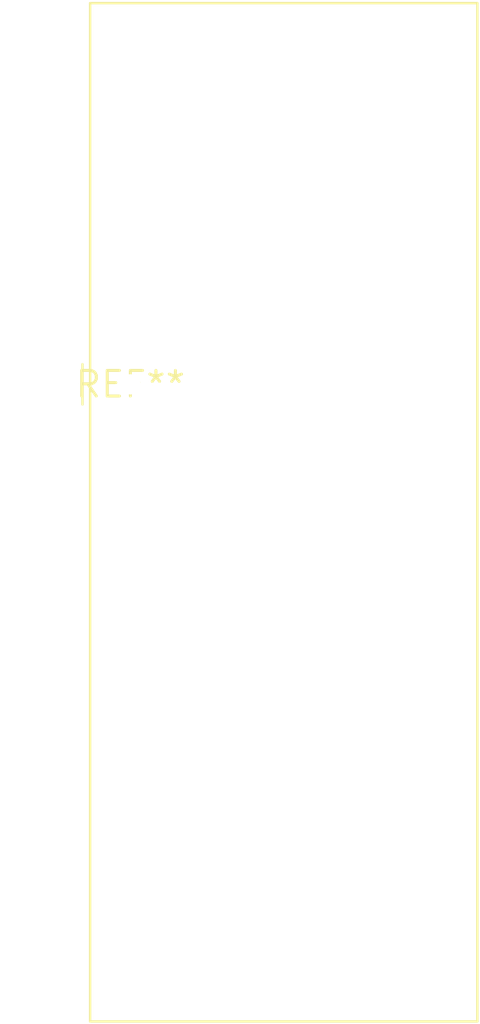
<source format=kicad_pcb>
(kicad_pcb (version 20240108) (generator pcbnew)
  (layers (0 "F.Cu" signal) (31 "B.Cu" signal) (34 "B.Paste" user) (35 "F.Paste" user) (36 "B.SilkS" user "B.Silkscreen") (37 "F.SilkS" user "F.Silkscreen") (38 "B.Mask" user) (39 "F.Mask" user) (44 "Edge.Cuts" user))
  (net 0 "")
  (footprint "CC56-12GWA" (layer "F.Cu") (at 0 0)
    (property "Reference" "REF**")
    (property "Value" "CC56-12GWA")
    (fp_line (start -2.38 -1) (end -2.38 1) (layer "F.SilkS") (stroke (width 0.12)))
    (fp_line (start -2 -18.92) (end -2 31.62) (layer "F.SilkS") (stroke (width 0.12)))
    (fp_line (start -2 -18.92) (end 17.24 -18.92) (layer "F.SilkS") (stroke (width 0.12)))
    (fp_line (start -2 31.62) (end 17.24 31.62) (layer "F.SilkS") (stroke (width 0.12)))
    (fp_line (start 17.24 31.62) (end 17.24 -18.92) (layer "F.SilkS") (stroke (width 0.12)))
    (pad "1" thru_hole rect (at 0 0) (size 1.5 1.5) (drill 1) (layers *.Cu *.Mask) (remove_unused_layers))
    (pad "2" thru_hole circle (at 0 2.54) (size 1.5 1.5) (drill 1) (layers *.Cu *.Mask) (remove_unused_layers))
    (pad "3" thru_hole circle (at 0 5.08) (size 1.5 1.5) (drill 1) (layers *.Cu *.Mask) (remove_unused_layers))
    (pad "4" thru_hole circle (at 0 7.62) (size 1.5 1.5) (drill 1) (layers *.Cu *.Mask) (remove_unused_layers))
    (pad "5" thru_hole circle (at 0 10.16) (size 1.5 1.5) (drill 1) (layers *.Cu *.Mask) (remove_unused_layers))
    (pad "6" thru_hole circle (at 0 12.7) (size 1.5 1.5) (drill 1) (layers *.Cu *.Mask) (remove_unused_layers))
    (pad "7" thru_hole circle (at 15.24 12.7) (size 1.5 1.5) (drill 1) (layers *.Cu *.Mask) (remove_unused_layers))
    (pad "8" thru_hole circle (at 15.24 10.16) (size 1.5 1.5) (drill 1) (layers *.Cu *.Mask) (remove_unused_layers))
    (pad "9" thru_hole circle (at 15.24 7.62) (size 1.5 1.5) (drill 1) (layers *.Cu *.Mask) (remove_unused_layers))
    (pad "10" thru_hole circle (at 15.24 5.08) (size 1.5 1.5) (drill 1) (layers *.Cu *.Mask) (remove_unused_layers))
    (pad "11" thru_hole circle (at 15.24 2.54) (size 1.5 1.5) (drill 1) (layers *.Cu *.Mask) (remove_unused_layers))
    (pad "12" thru_hole circle (at 15.24 0) (size 1.5 1.5) (drill 1) (layers *.Cu *.Mask) (remove_unused_layers))
  )
)
</source>
